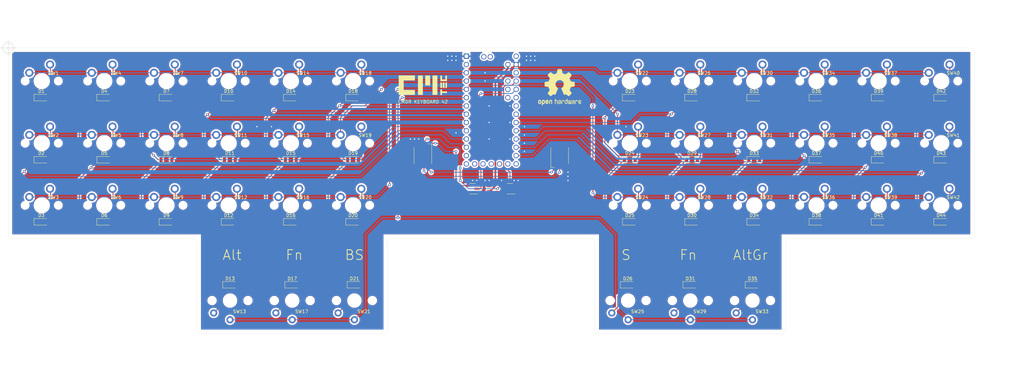
<source format=kicad_pcb>
(kicad_pcb (version 20211014) (generator pcbnew)

  (general
    (thickness 1.6)
  )

  (paper "A3")
  (layers
    (0 "F.Cu" signal)
    (1 "In1.Cu" power)
    (2 "In2.Cu" power)
    (31 "B.Cu" signal)
    (32 "B.Adhes" user "B.Adhesive")
    (33 "F.Adhes" user "F.Adhesive")
    (34 "B.Paste" user)
    (35 "F.Paste" user)
    (36 "B.SilkS" user "B.Silkscreen")
    (37 "F.SilkS" user "F.Silkscreen")
    (38 "B.Mask" user)
    (39 "F.Mask" user)
    (40 "Dwgs.User" user "User.Drawings")
    (41 "Cmts.User" user "User.Comments")
    (42 "Eco1.User" user "User.Eco1")
    (43 "Eco2.User" user "User.Eco2")
    (44 "Edge.Cuts" user)
    (45 "Margin" user)
    (46 "B.CrtYd" user "B.Courtyard")
    (47 "F.CrtYd" user "F.Courtyard")
    (48 "B.Fab" user)
    (49 "F.Fab" user)
  )

  (setup
    (stackup
      (layer "F.SilkS" (type "Top Silk Screen"))
      (layer "F.Paste" (type "Top Solder Paste"))
      (layer "F.Mask" (type "Top Solder Mask") (thickness 0.01))
      (layer "F.Cu" (type "copper") (thickness 0.035))
      (layer "dielectric 1" (type "core") (thickness 0.48) (material "FR4") (epsilon_r 4.5) (loss_tangent 0.02))
      (layer "In1.Cu" (type "copper") (thickness 0.035))
      (layer "dielectric 2" (type "prepreg") (thickness 0.48) (material "FR4") (epsilon_r 4.5) (loss_tangent 0.02))
      (layer "In2.Cu" (type "copper") (thickness 0.035))
      (layer "dielectric 3" (type "core") (thickness 0.48) (material "FR4") (epsilon_r 4.5) (loss_tangent 0.02))
      (layer "B.Cu" (type "copper") (thickness 0.035))
      (layer "B.Mask" (type "Bottom Solder Mask") (thickness 0.01))
      (layer "B.Paste" (type "Bottom Solder Paste"))
      (layer "B.SilkS" (type "Bottom Silk Screen"))
      (copper_finish "None")
      (dielectric_constraints no)
    )
    (pad_to_mask_clearance 0.051)
    (solder_mask_min_width 0.25)
    (aux_axis_origin 62.23 107.95)
    (grid_origin 62.23 107.95)
    (pcbplotparams
      (layerselection 0x00010fc_ffffffff)
      (disableapertmacros false)
      (usegerberextensions false)
      (usegerberattributes false)
      (usegerberadvancedattributes false)
      (creategerberjobfile false)
      (svguseinch false)
      (svgprecision 6)
      (excludeedgelayer true)
      (plotframeref false)
      (viasonmask false)
      (mode 1)
      (useauxorigin false)
      (hpglpennumber 1)
      (hpglpenspeed 20)
      (hpglpendiameter 15.000000)
      (dxfpolygonmode true)
      (dxfimperialunits true)
      (dxfusepcbnewfont true)
      (psnegative false)
      (psa4output false)
      (plotreference true)
      (plotvalue true)
      (plotinvisibletext false)
      (sketchpadsonfab false)
      (subtractmaskfromsilk false)
      (outputformat 1)
      (mirror false)
      (drillshape 0)
      (scaleselection 1)
      (outputdirectory "gerber/")
    )
  )

  (net 0 "")
  (net 1 "+5V")
  (net 2 "Net-(D2-Pad2)")
  (net 3 "Net-(D3-Pad2)")
  (net 4 "Net-(D4-Pad2)")
  (net 5 "/Col_A")
  (net 6 "Net-(D1-Pad2)")
  (net 7 "Net-(D6-Pad2)")
  (net 8 "Net-(D7-Pad2)")
  (net 9 "Net-(D8-Pad2)")
  (net 10 "/Col_B")
  (net 11 "Net-(D5-Pad2)")
  (net 12 "Net-(D10-Pad2)")
  (net 13 "Net-(D11-Pad2)")
  (net 14 "Net-(D12-Pad2)")
  (net 15 "Net-(D9-Pad2)")
  (net 16 "/Col_C")
  (net 17 "Net-(D13-Pad2)")
  (net 18 "Net-(D15-Pad2)")
  (net 19 "Net-(D16-Pad2)")
  (net 20 "Net-(D17-Pad2)")
  (net 21 "Net-(D18-Pad2)")
  (net 22 "/Col_D")
  (net 23 "Net-(D14-Pad2)")
  (net 24 "Net-(D20-Pad2)")
  (net 25 "Net-(D21-Pad2)")
  (net 26 "Net-(D22-Pad2)")
  (net 27 "Net-(D23-Pad2)")
  (net 28 "/Col_E")
  (net 29 "Net-(D19-Pad2)")
  (net 30 "Net-(D25-Pad2)")
  (net 31 "Net-(D26-Pad2)")
  (net 32 "Net-(D22-Pad1)")
  (net 33 "Net-(D28-Pad2)")
  (net 34 "/Col_F")
  (net 35 "Net-(D22-Pad5)")
  (net 36 "Net-(D30-Pad2)")
  (net 37 "Net-(D31-Pad2)")
  (net 38 "Net-(D32-Pad2)")
  (net 39 "Net-(D33-Pad2)")
  (net 40 "/Col_G")
  (net 41 "Net-(D22-Pad6)")
  (net 42 "Net-(D35-Pad2)")
  (net 43 "Net-(D36-Pad2)")
  (net 44 "Net-(D37-Pad2)")
  (net 45 "Net-(D38-Pad2)")
  (net 46 "/Col_H")
  (net 47 "Net-(D24-Pad2)")
  (net 48 "Net-(D40-Pad2)")
  (net 49 "Net-(D41-Pad2)")
  (net 50 "Net-(D42-Pad2)")
  (net 51 "Net-(D43-Pad2)")
  (net 52 "/Col_I")
  (net 53 "unconnected-(D27-Pad5)")
  (net 54 "unconnected-(D27-Pad6)")
  (net 55 "Net-(D29-Pad2)")
  (net 56 "Net-(D34-Pad2)")
  (net 57 "Net-(D39-Pad2)")
  (net 58 "/Col_J")
  (net 59 "Net-(D44-Pad2)")
  (net 60 "unconnected-(U3-Pad2)")
  (net 61 "unconnected-(U3-Pad13)")
  (net 62 "unconnected-(U3-Pad14)")
  (net 63 "/Col_K")
  (net 64 "unconnected-(U3-Pad15)")
  (net 65 "unconnected-(U3-Pad16)")
  (net 66 "unconnected-(U3-Pad17)")
  (net 67 "unconnected-(U3-Pad18)")
  (net 68 "/Col_L")
  (net 69 "unconnected-(U3-Pad19)")
  (net 70 "unconnected-(U3-Pad20)")
  (net 71 "unconnected-(U3-Pad27)")
  (net 72 "unconnected-(U3-Pad28)")
  (net 73 "unconnected-(U3-Pad31)")
  (net 74 "unconnected-(U3-Pad33)")
  (net 75 "GND")
  (net 76 "unconnected-(U3-Pad35)")
  (net 77 "unconnected-(U3-Pad36)")
  (net 78 "unconnected-(U3-Pad37)")
  (net 79 "unconnected-(U3-Pad39)")
  (net 80 "unconnected-(U3-Pad40)")
  (net 81 "/Row_1")
  (net 82 "/Row_2")
  (net 83 "/Row_3")
  (net 84 "/Row_4")
  (net 85 "/Dotstar_DATA")
  (net 86 "/Dotstar_CLOCK")

  (footprint "Switch_Keyboard_Cherry_MX:SW_Cherry_MX_PCB_1.00u" (layer "F.Cu") (at 347.98 137.16))

  (footprint "Diode_SMD:D_SOD-123" (layer "F.Cu") (at 252.617081 142.24))

  (footprint "Switch_Keyboard_Cherry_MX:SW_Cherry_MX_PCB_1.00u" (layer "F.Cu") (at 91.65318 156.21))

  (footprint "teensy:Teensy_LC" (layer "F.Cu") (at 210.185 127 -90))

  (footprint "Diode_SMD:D_SOD-123" (layer "F.Cu") (at 91.65318 123.19))

  (footprint "Switch_Keyboard_Cherry_MX:SW_Cherry_MX_PCB_1.00u" (layer "F.Cu") (at 91.65318 137.16))

  (footprint "Diode_SMD:D_SOD-123" (layer "F.Cu") (at 252.617081 123.19))

  (footprint "Diode_SMD:D_SOD-123" (layer "F.Cu") (at 271.667081 161.29))

  (footprint "Switch_Keyboard_Cherry_MX:SW_Cherry_MX_PCB_1.00u" (layer "F.Cu") (at 252.617081 118.11))

  (footprint "Switch_Keyboard_Cherry_MX:SW_Cherry_MX_PCB_1.00u" (layer "F.Cu") (at 148.80318 118.11))

  (footprint "Switch_Keyboard_Cherry_MX:SW_Cherry_MX_PCB_1.00u" (layer "F.Cu") (at 72.517 118.11))

  (footprint "Diode_SMD:D_SOD-123" (layer "F.Cu") (at 110.70318 123.19))

  (footprint "Diode_SMD:D_SOD-123" (layer "F.Cu") (at 290.195 180.594))

  (footprint "Switch_Keyboard_Cherry_MX:SW_Cherry_MX_PCB_1.00u" (layer "F.Cu") (at 110.70318 137.16))

  (footprint "Switch_Keyboard_Cherry_MX:SW_Cherry_MX_PCB_1.00u" (layer "F.Cu") (at 347.98 118.11))

  (footprint "Switch_Keyboard_Cherry_MX:SW_Cherry_MX_PCB_1.00u" (layer "F.Cu") (at 129.75318 118.11))

  (footprint "Switch_Keyboard_Cherry_MX:SW_Cherry_MX_PCB_1.00u" (layer "F.Cu") (at 252.617081 137.16))

  (footprint "Symbol:OSHW-Logo2_14.6x12mm_SilkScreen" (layer "F.Cu") (at 231.14 120.015))

  (footprint "Diode_SMD:D_SOD-123" (layer "F.Cu") (at 72.39 123.19))

  (footprint "Diode_SMD:D_SOD-123" (layer "F.Cu") (at 271.145 180.594))

  (footprint "Diode_SMD:D_SOD-123" (layer "F.Cu") (at 129.75318 161.29))

  (footprint "Switch_Keyboard_Cherry_MX:SW_Cherry_MX_PCB_1.00u" (layer "F.Cu") (at 167.85318 118.11))

  (footprint "Switch_Keyboard_Cherry_MX:SW_Cherry_MX_PCB_1.00u" (layer "F.Cu") (at 328.817081 118.11))

  (footprint "Switch_Keyboard_Kailh:SW_Kailh_Choc_V1_1.00u" (layer "F.Cu") (at 290.195 185.42 180))

  (footprint "Diode_SMD:D_SOD-123" (layer "F.Cu") (at 130.13318 142.24))

  (footprint "Switch_Keyboard_Cherry_MX:SW_Cherry_MX_PCB_1.00u" (layer "F.Cu") (at 290.717081 137.16))

  (footprint "Switch_Keyboard_Cherry_MX:SW_Cherry_MX_PCB_1.00u" (layer "F.Cu") (at 290.717081 118.11))

  (footprint "Diode_SMD:D_SOD-123" (layer "F.Cu") (at 130.175 180.594))

  (footprint "Diode_SMD:D_SOD-123" (layer "F.Cu") (at 309.767081 161.29))

  (footprint "Switch_Keyboard_Cherry_MX:SW_Cherry_MX_PCB_1.00u" (layer "F.Cu") (at 110.70318 118.11))

  (footprint "Diode_SMD:D_SOD-123" (layer "F.Cu") (at 252.617081 161.29))

  (footprint "Diode_SMD:D_SOD-123" (layer "F.Cu") (at 271.667081 142.24))

  (footprint "Package_TO_SOT_SMD:SOT-23-5_HandSoldering" (layer "F.Cu") (at 215.9 151.13 180))

  (footprint "Diode_SMD:D_SOD-123" (layer "F.Cu") (at 167.85318 142.24))

  (footprint "Diode_SMD:D_SOD-123" (layer "F.Cu") (at 91.65318 161.29))

  (footprint "Diode_SMD:D_SOD-123" (layer "F.Cu") (at 347.98 161.29))

  (footprint "Diode_SMD:D_SOD-123" (layer "F.Cu") (at 168.275 180.594))

  (footprint "Switch_Keyboard_Cherry_MX:SW_Cherry_MX_PCB_1.00u" (layer "F.Cu") (at 328.817081 137.16))

  (footprint "Diode_SMD:D_SOD-123" (layer "F.Cu") (at 110.70318 161.29))

  (footprint "Diode_SMD:D_SOD-123" (layer "F.Cu")
    (tedit 58645DC7) (tstamp 6e202085-c2b4-47a2-8d35-8e2e6331ea12)
    (at 72.39 142.24)
    (descr "SOD-123")
    (tags "SOD-123")
    (property "Sheetfile" "cmdr_mainboard.kicad_sch")
    (property "Sheetname" "")
    (path "/3701e856-8b10-495a-a1b4-665d3c8eb7ab")
    (attr smd)
    (fp_text reference "D2" (at 0 -2) (layer "F.SilkS")
      (effects (font (size 1 1) (thickness 0.15)))
      (tstamp 24315275-f8ff-4fb5-8c98-2c2e3a4f1dc6)
    )
    (fp_text value "1N4148W" (at 0 2.1) (layer "F.Fab")
      (effects (font (size 1 1) (thickness 0.15)))
      (tstamp f30e3ef6-7cce-4e45-a0de-8d95d75c2fe1)
    )
    (fp_text user "${REFERENCE}" (at 0 -2) (layer "F.Fab")
      (effects (font (size 1 1) (thickness 0.15)))
      (tstamp fd5dd6ea-7446-48c0-b036-ae768e75d0b3)
    )
    (fp_line (start -2.25 1) (end 1.65 1) (layer "F.SilkS") (width 0.12) (tstamp 1486ab4c-5712-4fde-b4bb-bb9f49f015c6))
    (fp_line (start -2.25 -1) (end -2.25 1) (layer "F.SilkS") (width 0.12) (tstamp 699eb7de-f86e-49c7-a02f-fae16fe774cc))
    (fp_line (start -2.25 -1) (end 1.65 -1) (layer "F.SilkS") (width 0.12) (tstamp a2ada3c9-92ff-4577-974c-452f7ec33de6))
    (fp_line (start -2.35 -1.15) (end 2.35 -1.15) (layer "F.CrtYd") (width 0.05) (tstamp 1cb47412-cf48-4476-8dfe-09159bb8d806))
    (fp_line (start 2.35 1.15) (end -2.35 1.15) (layer "F.CrtYd") (width 0.05) (tstamp 99cda5ad-da49-4867-8f29-a4329447171d))
    (fp_line (start 2.35 -1.15) (end 2.35 1.15) (layer "F.CrtYd") (width 0.05) (tstamp bc3636e5-9988-43a8-be4c-9118c3b182dc))
  
... [2501693 chars truncated]
</source>
